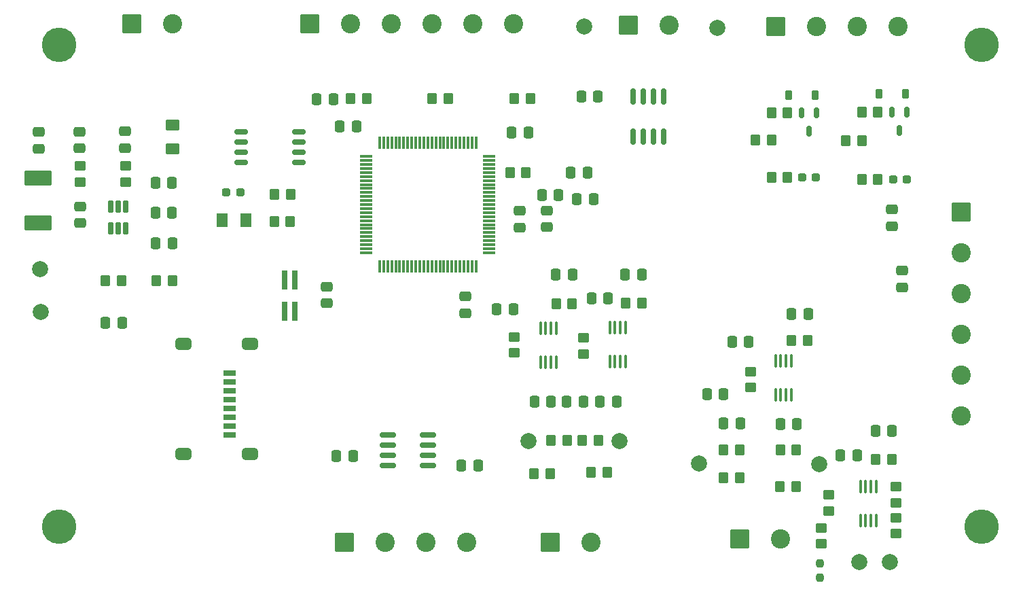
<source format=gbr>
%TF.GenerationSoftware,KiCad,Pcbnew,9.0.4*%
%TF.CreationDate,2025-10-02T19:06:12-04:00*%
%TF.ProjectId,PCB of Theseus,50434220-6f66-4205-9468-65736575732e,rev?*%
%TF.SameCoordinates,Original*%
%TF.FileFunction,Soldermask,Top*%
%TF.FilePolarity,Negative*%
%FSLAX46Y46*%
G04 Gerber Fmt 4.6, Leading zero omitted, Abs format (unit mm)*
G04 Created by KiCad (PCBNEW 9.0.4) date 2025-10-02 19:06:12*
%MOMM*%
%LPD*%
G01*
G04 APERTURE LIST*
G04 Aperture macros list*
%AMRoundRect*
0 Rectangle with rounded corners*
0 $1 Rounding radius*
0 $2 $3 $4 $5 $6 $7 $8 $9 X,Y pos of 4 corners*
0 Add a 4 corners polygon primitive as box body*
4,1,4,$2,$3,$4,$5,$6,$7,$8,$9,$2,$3,0*
0 Add four circle primitives for the rounded corners*
1,1,$1+$1,$2,$3*
1,1,$1+$1,$4,$5*
1,1,$1+$1,$6,$7*
1,1,$1+$1,$8,$9*
0 Add four rect primitives between the rounded corners*
20,1,$1+$1,$2,$3,$4,$5,0*
20,1,$1+$1,$4,$5,$6,$7,0*
20,1,$1+$1,$6,$7,$8,$9,0*
20,1,$1+$1,$8,$9,$2,$3,0*%
G04 Aperture macros list end*
%ADD10RoundRect,0.250000X-0.350000X-0.450000X0.350000X-0.450000X0.350000X0.450000X-0.350000X0.450000X0*%
%ADD11RoundRect,0.250000X-0.450000X0.350000X-0.450000X-0.350000X0.450000X-0.350000X0.450000X0.350000X0*%
%ADD12C,2.000000*%
%ADD13RoundRect,0.250000X0.350000X0.450000X-0.350000X0.450000X-0.350000X-0.450000X0.350000X-0.450000X0*%
%ADD14RoundRect,0.162500X0.650000X0.162500X-0.650000X0.162500X-0.650000X-0.162500X0.650000X-0.162500X0*%
%ADD15RoundRect,0.250000X0.450000X-0.350000X0.450000X0.350000X-0.450000X0.350000X-0.450000X-0.350000X0*%
%ADD16C,4.300000*%
%ADD17RoundRect,0.250001X-0.949999X0.949999X-0.949999X-0.949999X0.949999X-0.949999X0.949999X0.949999X0*%
%ADD18C,2.400000*%
%ADD19RoundRect,0.250000X0.475000X-0.337500X0.475000X0.337500X-0.475000X0.337500X-0.475000X-0.337500X0*%
%ADD20RoundRect,0.250000X-0.337500X-0.475000X0.337500X-0.475000X0.337500X0.475000X-0.337500X0.475000X0*%
%ADD21RoundRect,0.250000X0.337500X0.475000X-0.337500X0.475000X-0.337500X-0.475000X0.337500X-0.475000X0*%
%ADD22RoundRect,0.250001X-0.949999X-0.949999X0.949999X-0.949999X0.949999X0.949999X-0.949999X0.949999X0*%
%ADD23R,0.740000X2.400000*%
%ADD24RoundRect,0.100000X0.100000X-0.712500X0.100000X0.712500X-0.100000X0.712500X-0.100000X-0.712500X0*%
%ADD25RoundRect,0.250000X-0.475000X0.337500X-0.475000X-0.337500X0.475000X-0.337500X0.475000X0.337500X0*%
%ADD26RoundRect,0.225000X-0.225000X-0.375000X0.225000X-0.375000X0.225000X0.375000X-0.225000X0.375000X0*%
%ADD27RoundRect,0.237500X-0.287500X-0.237500X0.287500X-0.237500X0.287500X0.237500X-0.287500X0.237500X0*%
%ADD28RoundRect,0.250001X0.624999X-0.462499X0.624999X0.462499X-0.624999X0.462499X-0.624999X-0.462499X0*%
%ADD29RoundRect,0.150000X-0.150000X0.825000X-0.150000X-0.825000X0.150000X-0.825000X0.150000X0.825000X0*%
%ADD30RoundRect,0.150000X-0.825000X-0.150000X0.825000X-0.150000X0.825000X0.150000X-0.825000X0.150000X0*%
%ADD31RoundRect,0.237500X0.287500X0.237500X-0.287500X0.237500X-0.287500X-0.237500X0.287500X-0.237500X0*%
%ADD32RoundRect,0.092500X-1.607500X0.832500X-1.607500X-0.832500X1.607500X-0.832500X1.607500X0.832500X0*%
%ADD33RoundRect,0.250001X-0.462499X-0.624999X0.462499X-0.624999X0.462499X0.624999X-0.462499X0.624999X0*%
%ADD34RoundRect,0.162500X0.162500X-0.617500X0.162500X0.617500X-0.162500X0.617500X-0.162500X-0.617500X0*%
%ADD35RoundRect,0.150000X-0.150000X0.512500X-0.150000X-0.512500X0.150000X-0.512500X0.150000X0.512500X0*%
%ADD36RoundRect,0.237500X-0.237500X0.250000X-0.237500X-0.250000X0.237500X-0.250000X0.237500X0.250000X0*%
%ADD37R,1.500000X0.800000*%
%ADD38RoundRect,0.362500X-0.637500X0.362500X-0.637500X-0.362500X0.637500X-0.362500X0.637500X0.362500X0*%
%ADD39RoundRect,0.075000X0.725000X0.075000X-0.725000X0.075000X-0.725000X-0.075000X0.725000X-0.075000X0*%
%ADD40RoundRect,0.075000X0.075000X0.725000X-0.075000X0.725000X-0.075000X-0.725000X0.075000X-0.725000X0*%
G04 APERTURE END LIST*
D10*
%TO.C,R23*%
X184640000Y-70457500D03*
X186640000Y-70457500D03*
%TD*%
D11*
%TO.C,R18*%
X188365000Y-93832500D03*
X188365000Y-95832500D03*
%TD*%
D10*
%TO.C,R3*%
X150075000Y-40375000D03*
X152075000Y-40375000D03*
%TD*%
D12*
%TO.C,TP1*%
X91037500Y-66950000D03*
%TD*%
D13*
%TO.C,R26*%
X185240000Y-84107500D03*
X183240000Y-84107500D03*
%TD*%
%TO.C,R47*%
X101137500Y-63000000D03*
X99137500Y-63000000D03*
%TD*%
D14*
%TO.C,U8*%
X123225000Y-48325000D03*
X123225000Y-47055000D03*
X123225000Y-45785000D03*
X123225000Y-44515000D03*
X116050000Y-44515000D03*
X116050000Y-45785000D03*
X116050000Y-47055000D03*
X116050000Y-48325000D03*
%TD*%
D15*
%TO.C,R21*%
X189290000Y-91707500D03*
X189290000Y-89707500D03*
%TD*%
D16*
%TO.C,H6*%
X93350000Y-93675000D03*
%TD*%
D13*
%TO.C,R44*%
X122150000Y-55625000D03*
X120150000Y-55625000D03*
%TD*%
D17*
%TO.C,J8*%
X205775000Y-54450000D03*
D18*
X205775000Y-59530000D03*
X205775000Y-64610000D03*
X205775000Y-69690000D03*
X205775000Y-74770000D03*
X205775000Y-79850000D03*
%TD*%
D12*
%TO.C,TP9*%
X196915000Y-98082500D03*
%TD*%
D13*
%TO.C,R27*%
X184140000Y-42150000D03*
X182140000Y-42150000D03*
%TD*%
D19*
%TO.C,C24*%
X95913501Y-46543500D03*
X95913501Y-44468500D03*
%TD*%
D13*
%TO.C,R37*%
X178140000Y-84107500D03*
X176140000Y-84107500D03*
%TD*%
%TO.C,R6*%
X182115000Y-45500000D03*
X180115000Y-45500000D03*
%TD*%
D20*
%TO.C,C13*%
X157862500Y-52850000D03*
X159937500Y-52850000D03*
%TD*%
D19*
%TO.C,C19*%
X198400000Y-63875000D03*
X198400000Y-61800000D03*
%TD*%
D21*
%TO.C,C27*%
X158702500Y-78057500D03*
X156627500Y-78057500D03*
%TD*%
D15*
%TO.C,R12*%
X101638501Y-50731000D03*
X101638501Y-48731000D03*
%TD*%
D22*
%TO.C,J2*%
X128925000Y-95600000D03*
D18*
X134005000Y-95600000D03*
X139085000Y-95600000D03*
X144165000Y-95600000D03*
%TD*%
D23*
%TO.C,J5*%
X121475000Y-66850000D03*
X121475000Y-62950000D03*
X122745000Y-66850000D03*
X122745000Y-62950000D03*
%TD*%
D20*
%TO.C,C21*%
X184640000Y-67182500D03*
X186715000Y-67182500D03*
%TD*%
%TO.C,C30*%
X163892500Y-62300000D03*
X165967500Y-62300000D03*
%TD*%
D24*
%TO.C,U12*%
X153340000Y-73170000D03*
X153990000Y-73170000D03*
X154640000Y-73170000D03*
X155290000Y-73170000D03*
X155290000Y-68945000D03*
X154640000Y-68945000D03*
X153990000Y-68945000D03*
X153340000Y-68945000D03*
%TD*%
D25*
%TO.C,C11*%
X144000000Y-64987500D03*
X144000000Y-67062500D03*
%TD*%
D21*
%TO.C,C7*%
X127537500Y-40400000D03*
X125462500Y-40400000D03*
%TD*%
D11*
%TO.C,R11*%
X95938501Y-48731000D03*
X95938501Y-50731000D03*
%TD*%
D20*
%TO.C,C22*%
X153525000Y-52325000D03*
X155600000Y-52325000D03*
%TD*%
D10*
%TO.C,R7*%
X193390000Y-50375000D03*
X195390000Y-50375000D03*
%TD*%
D12*
%TO.C,TP3*%
X151865000Y-83032500D03*
%TD*%
D21*
%TO.C,C29*%
X154652500Y-78082500D03*
X152577500Y-78082500D03*
%TD*%
D12*
%TO.C,TP10*%
X90962500Y-61575000D03*
%TD*%
D22*
%TO.C,J11*%
X154575000Y-95600000D03*
D18*
X159655000Y-95600000D03*
%TD*%
D22*
%TO.C,J7*%
X102395000Y-31050000D03*
D18*
X107475000Y-31050000D03*
%TD*%
D26*
%TO.C,D5*%
X195565000Y-39775000D03*
X198865000Y-39775000D03*
%TD*%
D27*
%TO.C,D6*%
X114175000Y-52025000D03*
X115925000Y-52025000D03*
%TD*%
D22*
%TO.C,J4*%
X124610000Y-31000000D03*
D18*
X129690000Y-31000000D03*
X134770000Y-31000000D03*
X139850000Y-31000000D03*
X144930000Y-31000000D03*
X150010000Y-31000000D03*
%TD*%
D28*
%TO.C,F1*%
X107487500Y-46600000D03*
X107487500Y-43625000D03*
%TD*%
D15*
%TO.C,R38*%
X179515000Y-76357500D03*
X179515000Y-74357500D03*
%TD*%
D21*
%TO.C,C33*%
X178240000Y-80807500D03*
X176165000Y-80807500D03*
%TD*%
D20*
%TO.C,C25*%
X143465000Y-86100000D03*
X145540000Y-86100000D03*
%TD*%
D12*
%TO.C,TP7*%
X173090000Y-85807500D03*
%TD*%
D19*
%TO.C,C5*%
X101538501Y-46518500D03*
X101538501Y-44443500D03*
%TD*%
D29*
%TO.C,U13*%
X168675000Y-40095000D03*
X167405000Y-40095000D03*
X166135000Y-40095000D03*
X164865000Y-40095000D03*
X164865000Y-45045000D03*
X166135000Y-45045000D03*
X167405000Y-45045000D03*
X168675000Y-45045000D03*
%TD*%
D21*
%TO.C,C28*%
X162852500Y-78082500D03*
X160777500Y-78082500D03*
%TD*%
D30*
%TO.C,U2*%
X134340000Y-82290000D03*
X134340000Y-83560000D03*
X134340000Y-84830000D03*
X134340000Y-86100000D03*
X139290000Y-86100000D03*
X139290000Y-84830000D03*
X139290000Y-83560000D03*
X139290000Y-82290000D03*
%TD*%
D19*
%TO.C,C4*%
X90788501Y-46568500D03*
X90788501Y-44493500D03*
%TD*%
D10*
%TO.C,R1*%
X129700000Y-40350000D03*
X131700000Y-40350000D03*
%TD*%
D13*
%TO.C,R45*%
X122200000Y-52250000D03*
X120200000Y-52250000D03*
%TD*%
D21*
%TO.C,C14*%
X130387500Y-43850000D03*
X128312500Y-43850000D03*
%TD*%
D13*
%TO.C,FB1*%
X151525000Y-49575000D03*
X149525000Y-49575000D03*
%TD*%
D31*
%TO.C,D4*%
X199040000Y-50375000D03*
X197290000Y-50375000D03*
%TD*%
D21*
%TO.C,C32*%
X107425000Y-54525000D03*
X105350000Y-54525000D03*
%TD*%
D12*
%TO.C,TP8*%
X193115000Y-98057500D03*
%TD*%
D24*
%TO.C,U11*%
X161990000Y-73095000D03*
X162640000Y-73095000D03*
X163290000Y-73095000D03*
X163940000Y-73095000D03*
X163940000Y-68870000D03*
X163290000Y-68870000D03*
X162640000Y-68870000D03*
X161990000Y-68870000D03*
%TD*%
D11*
%TO.C,R20*%
X197690000Y-92557500D03*
X197690000Y-94557500D03*
%TD*%
D21*
%TO.C,C36*%
X149962500Y-66575000D03*
X147887500Y-66575000D03*
%TD*%
D10*
%TO.C,R22*%
X195140000Y-85332500D03*
X197140000Y-85332500D03*
%TD*%
D13*
%TO.C,R25*%
X178140000Y-87557500D03*
X176140000Y-87557500D03*
%TD*%
%TO.C,R29*%
X161640000Y-86932500D03*
X159640000Y-86932500D03*
%TD*%
D25*
%TO.C,C18*%
X197150000Y-54175000D03*
X197150000Y-56250000D03*
%TD*%
D31*
%TO.C,D3*%
X187690000Y-50150000D03*
X185940000Y-50150000D03*
%TD*%
D32*
%TO.C,L1*%
X90713501Y-50256000D03*
X90713501Y-55806000D03*
%TD*%
D21*
%TO.C,C23*%
X185315000Y-80882500D03*
X183240000Y-80882500D03*
%TD*%
D33*
%TO.C,D2*%
X113650000Y-55475000D03*
X116625000Y-55475000D03*
%TD*%
D34*
%TO.C,U1*%
X99738501Y-56506000D03*
X100688501Y-56506000D03*
X101638501Y-56506000D03*
X101638501Y-53806000D03*
X100688501Y-53806000D03*
X99738501Y-53806000D03*
%TD*%
D25*
%TO.C,C9*%
X126675000Y-63787500D03*
X126675000Y-65862500D03*
%TD*%
D13*
%TO.C,R31*%
X160540000Y-82907500D03*
X158540000Y-82907500D03*
%TD*%
%TO.C,R5*%
X193390000Y-45550000D03*
X191390000Y-45550000D03*
%TD*%
D35*
%TO.C,Q1*%
X187765000Y-42125000D03*
X185865000Y-42125000D03*
X186815000Y-44400000D03*
%TD*%
D16*
%TO.C,H8*%
X208350000Y-93675000D03*
%TD*%
D12*
%TO.C,TP5*%
X158800000Y-31325000D03*
%TD*%
%TO.C,TP2*%
X163165000Y-83032500D03*
%TD*%
D24*
%TO.C,U4*%
X182640000Y-77245000D03*
X183290000Y-77245000D03*
X183940000Y-77245000D03*
X184590000Y-77245000D03*
X184590000Y-73020000D03*
X183940000Y-73020000D03*
X183290000Y-73020000D03*
X182640000Y-73020000D03*
%TD*%
D12*
%TO.C,TP6*%
X188090000Y-85907500D03*
%TD*%
D19*
%TO.C,C12*%
X150775000Y-56400000D03*
X150775000Y-54325000D03*
%TD*%
D16*
%TO.C,H5*%
X93350000Y-33675000D03*
%TD*%
D10*
%TO.C,R32*%
X154665000Y-82907500D03*
X156665000Y-82907500D03*
%TD*%
D13*
%TO.C,R30*%
X154565000Y-87107500D03*
X152565000Y-87107500D03*
%TD*%
D21*
%TO.C,C16*%
X101187500Y-68300000D03*
X99112500Y-68300000D03*
%TD*%
D22*
%TO.C,J1*%
X182665000Y-31325000D03*
D18*
X187745000Y-31325000D03*
X192825000Y-31325000D03*
X197905000Y-31325000D03*
%TD*%
D36*
%TO.C,TH1*%
X188165000Y-98232500D03*
X188165000Y-100057500D03*
%TD*%
D10*
%TO.C,R2*%
X139850000Y-40375000D03*
X141850000Y-40375000D03*
%TD*%
D19*
%TO.C,C3*%
X95988501Y-55868500D03*
X95988501Y-53793500D03*
%TD*%
D25*
%TO.C,C10*%
X154125000Y-54300000D03*
X154125000Y-56375000D03*
%TD*%
D11*
%TO.C,R19*%
X197665000Y-88707500D03*
X197665000Y-90707500D03*
%TD*%
D13*
%TO.C,R28*%
X195390000Y-42050000D03*
X193390000Y-42050000D03*
%TD*%
D21*
%TO.C,C6*%
X129965000Y-84850000D03*
X127890000Y-84850000D03*
%TD*%
D16*
%TO.C,H7*%
X208350000Y-33675000D03*
%TD*%
D35*
%TO.C,Q2*%
X199027500Y-42012500D03*
X197127500Y-42012500D03*
X198077500Y-44287500D03*
%TD*%
D20*
%TO.C,C17*%
X157137500Y-49525000D03*
X159212500Y-49525000D03*
%TD*%
D10*
%TO.C,R24*%
X183215000Y-88682500D03*
X185215000Y-88682500D03*
%TD*%
D22*
%TO.C,J12*%
X164270000Y-31175000D03*
D18*
X169350000Y-31175000D03*
%TD*%
D37*
%TO.C,J6*%
X114571800Y-74576000D03*
X114571800Y-75676000D03*
X114571800Y-76776000D03*
X114571800Y-77876000D03*
X114571800Y-78976000D03*
X114571800Y-80076000D03*
X114571800Y-81176000D03*
X114571800Y-82276000D03*
D38*
X117171800Y-70906000D03*
X108871800Y-70906000D03*
X117171800Y-84656000D03*
X108871800Y-84656000D03*
%TD*%
D10*
%TO.C,R4*%
X182115000Y-50150000D03*
X184115000Y-50150000D03*
%TD*%
D20*
%TO.C,C31*%
X155265000Y-62307500D03*
X157340000Y-62307500D03*
%TD*%
D10*
%TO.C,R34*%
X163965000Y-65832500D03*
X165965000Y-65832500D03*
%TD*%
D15*
%TO.C,R35*%
X150065000Y-72032500D03*
X150065000Y-70032500D03*
%TD*%
D10*
%TO.C,R36*%
X155290000Y-65907500D03*
X157290000Y-65907500D03*
%TD*%
D12*
%TO.C,TP4*%
X175350000Y-31500000D03*
%TD*%
D21*
%TO.C,C1*%
X107425000Y-50825000D03*
X105350000Y-50825000D03*
%TD*%
%TO.C,C37*%
X192787500Y-84825000D03*
X190712500Y-84825000D03*
%TD*%
%TO.C,C35*%
X160487500Y-40125000D03*
X158412500Y-40125000D03*
%TD*%
D15*
%TO.C,R33*%
X158665000Y-72182500D03*
X158665000Y-70182500D03*
%TD*%
D21*
%TO.C,C38*%
X161787500Y-65250000D03*
X159712500Y-65250000D03*
%TD*%
D39*
%TO.C,U6*%
X146975000Y-59550000D03*
X146975000Y-59050000D03*
X146975000Y-58550000D03*
X146975000Y-58050000D03*
X146975000Y-57550000D03*
X146975000Y-57050000D03*
X146975000Y-56550000D03*
X146975000Y-56050000D03*
X146975000Y-55550000D03*
X146975000Y-55050000D03*
X146975000Y-54550000D03*
X146975000Y-54050000D03*
X146975000Y-53550000D03*
X146975000Y-53050000D03*
X146975000Y-52550000D03*
X146975000Y-52050000D03*
X146975000Y-51550000D03*
X146975000Y-51050000D03*
X146975000Y-50550000D03*
X146975000Y-50050000D03*
X146975000Y-49550000D03*
X146975000Y-49050000D03*
X146975000Y-48550000D03*
X146975000Y-48050000D03*
X146975000Y-47550000D03*
D40*
X145300000Y-45875000D03*
X144800000Y-45875000D03*
X144300000Y-45875000D03*
X143800000Y-45875000D03*
X143300000Y-45875000D03*
X142800000Y-45875000D03*
X142300000Y-45875000D03*
X141800000Y-45875000D03*
X141300000Y-45875000D03*
X140800000Y-45875000D03*
X140300000Y-45875000D03*
X139800000Y-45875000D03*
X139300000Y-45875000D03*
X138800000Y-45875000D03*
X138300000Y-45875000D03*
X137800000Y-45875000D03*
X137300000Y-45875000D03*
X136800000Y-45875000D03*
X136300000Y-45875000D03*
X135800000Y-45875000D03*
X135300000Y-45875000D03*
X134800000Y-45875000D03*
X134300000Y-45875000D03*
X133800000Y-45875000D03*
X133300000Y-45875000D03*
D39*
X131625000Y-47550000D03*
X131625000Y-48050000D03*
X131625000Y-48550000D03*
X131625000Y-49050000D03*
X131625000Y-49550000D03*
X131625000Y-50050000D03*
X131625000Y-50550000D03*
X131625000Y-51050000D03*
X131625000Y-51550000D03*
X131625000Y-52050000D03*
X131625000Y-52550000D03*
X131625000Y-53050000D03*
X131625000Y-53550000D03*
X131625000Y-54050000D03*
X131625000Y-54550000D03*
X131625000Y-55050000D03*
X131625000Y-55550000D03*
X131625000Y-56050000D03*
X131625000Y-56550000D03*
X131625000Y-57050000D03*
X131625000Y-57550000D03*
X131625000Y-58050000D03*
X131625000Y-58550000D03*
X131625000Y-59050000D03*
X131625000Y-59550000D03*
D40*
X133300000Y-61225000D03*
X133800000Y-61225000D03*
X134300000Y-61225000D03*
X134800000Y-61225000D03*
X135300000Y-61225000D03*
X135800000Y-61225000D03*
X136300000Y-61225000D03*
X136800000Y-61225000D03*
X137300000Y-61225000D03*
X137800000Y-61225000D03*
X138300000Y-61225000D03*
X138800000Y-61225000D03*
X139300000Y-61225000D03*
X139800000Y-61225000D03*
X140300000Y-61225000D03*
X140800000Y-61225000D03*
X141300000Y-61225000D03*
X141800000Y-61225000D03*
X142300000Y-61225000D03*
X142800000Y-61225000D03*
X143300000Y-61225000D03*
X143800000Y-61225000D03*
X144300000Y-61225000D03*
X144800000Y-61225000D03*
X145300000Y-61225000D03*
%TD*%
D21*
%TO.C,C39*%
X179312500Y-70650000D03*
X177237500Y-70650000D03*
%TD*%
D24*
%TO.C,U3*%
X193215000Y-92945000D03*
X193865000Y-92945000D03*
X194515000Y-92945000D03*
X195165000Y-92945000D03*
X195165000Y-88720000D03*
X194515000Y-88720000D03*
X193865000Y-88720000D03*
X193215000Y-88720000D03*
%TD*%
D20*
%TO.C,C20*%
X195090000Y-81782500D03*
X197165000Y-81782500D03*
%TD*%
D26*
%TO.C,D1*%
X184315000Y-39950000D03*
X187615000Y-39950000D03*
%TD*%
D21*
%TO.C,C34*%
X176165000Y-77182500D03*
X174090000Y-77182500D03*
%TD*%
D20*
%TO.C,C15*%
X149762500Y-44550000D03*
X151837500Y-44550000D03*
%TD*%
D21*
%TO.C,C2*%
X107462500Y-58350000D03*
X105387500Y-58350000D03*
%TD*%
D13*
%TO.C,R46*%
X107487500Y-63000000D03*
X105487500Y-63000000D03*
%TD*%
D22*
%TO.C,J3*%
X178150000Y-95225000D03*
D18*
X183230000Y-95225000D03*
%TD*%
M02*

</source>
